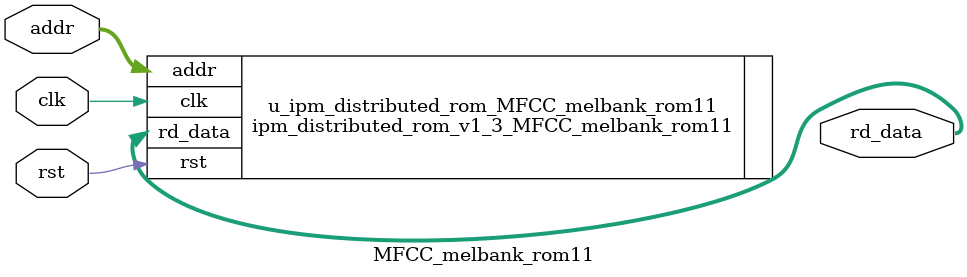
<source format=v>


`timescale 1 ns / 1 ps
module MFCC_melbank_rom11
    (
     addr        ,
     rst         ,
     clk         ,
     rd_data
    );

    localparam ADDR_WIDTH = 9 ; //@IPC int 4,10

    localparam DATA_WIDTH = 8 ; //@IPC int 1,256

    localparam RST_TYPE = "ASYNC" ; //@IPC enum ASYNC,SYNC

    localparam OUT_REG = 0 ; //@IPC bool

    localparam INIT_ENABLE = 1 ; //@IPC bool

    localparam INIT_FILE = "D:/PDS_FPGA/Audio_test/ipcore/MFCC_melbank_rom11/rtl/output10_MFCC_melbank_rom11.dat" ; //@IPC string

    localparam FILE_FORMAT = "BIN" ; //@IPC enum BIN,HEX


     output   wire  [DATA_WIDTH-1:0]       rd_data ;
     input    wire  [ADDR_WIDTH-1:0]       addr    ;
     input                                 clk     ;
     input                                 rst     ;

ipm_distributed_rom_v1_3_MFCC_melbank_rom11
   #(
     .ADDR_WIDTH    (ADDR_WIDTH     ), //address width   range:4-10
     .DATA_WIDTH    (DATA_WIDTH     ), //data width      range:4-256
     .RST_TYPE      (RST_TYPE       ), //reset type   "ASYNC_RESET" "SYNC_RESET"
     .OUT_REG       (OUT_REG        ), //output options :non_register(0)  register(1)
     .INIT_FILE     (INIT_FILE      ), //legal value:"NONE" or "initial file name"
     .FILE_FORMAT   (FILE_FORMAT    )  //initial data format : "bin" or "hex"
    )u_ipm_distributed_rom_MFCC_melbank_rom11
    (
     .rd_data       (rd_data        ),
     .addr          (addr           ),
     .clk           (clk            ),
     .rst           (rst            )

    );
endmodule

</source>
